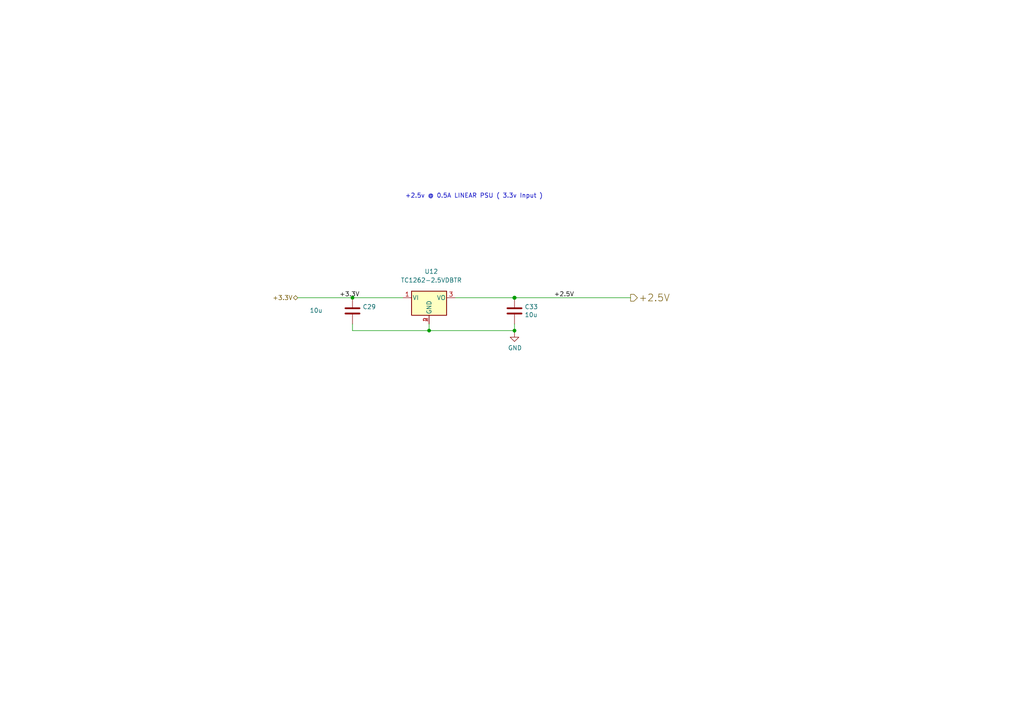
<source format=kicad_sch>
(kicad_sch (version 20211123) (generator eeschema)
  (paper "A4")
  (title_block (title "4pi-Farm") (date "2022-04-12") (rev "2.1") (comment 1 "fjc"))
  (lib_symbols
    (symbol "CM4IO:MCP1826S" (pin_names (offset 0.254))
      (property "Reference" "U" (at -3.81 3.175 0))
      (property "Value" "MCP1826S" (at 0 3.175 0))
      (symbol "MCP1826S_0_0"
        (pin power_in line (at 0 -7.62 90) (length 2.54) (name "~") (number "4"))
      )
      (symbol "MCP1826S_0_1"
        (rectangle (start -5.08 1.905) (end 5.08 -5.08) (stroke (width 0.254)) (fill (type background)))
      )
      (symbol "MCP1826S_1_1"
        (pin power_in line (at -7.62 0 0) (length 2.54) (name "VI") (number "1"))
        (pin power_in line (at 0 -7.62 90) (length 2.54) (name "GND") (number "2"))
        (pin power_out line (at 7.62 0 180) (length 2.54) (name "VO") (number "3"))
      )
    )
    (symbol "Device:C" (pin_numbers hide) (pin_names (offset 0.254))
      (property "Reference" "C" (at 0.635 2.54 0))
      (property "Value" "C" (at 0.635 -2.54 0))
      (symbol "C_0_1"
        (polyline (pts (xy -2.032 -0.762) (xy 2.032 -0.762)) (stroke (width 0.508)))
        (polyline (pts (xy -2.032 0.762) (xy 2.032 0.762)) (stroke (width 0.508)))
      )
      (symbol "C_1_1"
        (pin passive line (at 0 3.81 270) (length 2.794) (name "~") (number "1"))
        (pin passive line (at 0 -3.81 90) (length 2.794) (name "~") (number "2"))
      )
    )
    (symbol "power:GND" (power) (pin_names (offset 0))
      (property "Value" "GND" (at 0 -3.81 0))
      (symbol "GND_0_1"
        (polyline (pts (xy 0 0) (xy 0 -1.27) (xy 1.27 -1.27) (xy 0 -2.54) (xy -1.27 -1.27) (xy 0 -1.27)))
      )
      (symbol "GND_1_1"
        (pin power_in line (at 0 0 270) (length 0) hide (name "GND") (number "1"))
      )
    )
  )
  (junction (at 102.235 86.36) (diameter 0.9144))
  (junction (at 124.46 95.885) (diameter 0.9144))
  (junction (at 149.225 95.885) (diameter 0.9144))
  (junction (at 149.225 86.36) (diameter 1.016))
  (wire (pts (xy 124.46 93.98) (xy 124.46 95.885)))
  (wire (pts (xy 124.46 95.885) (xy 149.225 95.885)))
  (wire (pts (xy 86.36 86.36) (xy 102.235 86.36)))
  (wire (pts (xy 102.235 86.36) (xy 116.84 86.36)))
  (wire (pts (xy 149.225 86.36) (xy 182.88 86.36)))
  (wire (pts (xy 149.225 93.98) (xy 149.225 95.885)))
  (wire (pts (xy 149.225 95.885) (xy 149.225 96.52)))
  (wire (pts (xy 102.235 95.885) (xy 124.46 95.885)))
  (wire (pts (xy 102.235 93.98) (xy 102.235 95.885)))
  (wire (pts (xy 132.08 86.36) (xy 149.225 86.36)))
  (text "+2.5v @ 0.5A LINEAR PSU ( 3.3v Input )" (at 157.48 57.658 180) (effects (font (size 1.27 1.27)) (justify right bottom)))
  (label "+3.3V" (at 98.425 86.36 0))
  (label "+2.5V" (at 160.655 86.36 0))
  (hierarchical_label "+2.5V" (shape output) (at 182.88 86.36 0) (effects (font (size 2.007 2.007))))
  (hierarchical_label "+3.3V" (shape bidirectional) (at 86.36 86.36 180))
  (symbol (lib_id "CM4IO:MCP1826S") (at 124.46 86.36 0) (unit 1)
    (property "Reference" "U12" (at 125.095 78.74 0))
    (property "Value" "TC1262-2.5VDBTR" (at 125.095 81.28 0))
    (property "Footprint" "Package_TO_SOT_SMD:SOT-223" (effects hide))
    (property "Datasheet" "https://ww1.microchip.com/downloads/en/DeviceDoc/21373C.pdf" (effects hide))
    (property "Manufacturer" "Microchip" (effects hide))
    (property "Manuf Partno" "TC1262-2.5VDBTR" (effects hide))
    (property "Part Description" "IC REG LIN 2.5V 500MA SOT223-3" (effects hide))
    (property "LCSC Part Number" "C233212" (effects hide))
  )
  (symbol (lib_id "Device:C") (at 149.225 90.17 0) (unit 1)
    (property "Reference" "C33" (at 152.146 89.0016 0) (effects (justify left)))
    (property "Value" "10u" (at 152.146 91.313 0) (effects (justify left)))
    (property "Footprint" "Capacitor_SMD:C_0603_1608Metric" (effects hide))
    (property "Datasheet" "http://www.samsungsem.com/kr/support/product-search/mlcc/CL21B106KPQNNNE.jsp" (effects hide))
    (property "Part Description" "CAP CER 10UF 6.3V X5R 0603" (effects hide))
    (property "LCSC Part Number" "C19702" (effects hide))
  )
  (symbol (lib_id "power:GND") (at 149.225 96.52 0) (unit 1)
    (property "Reference" "#PWR067" (effects hide))
    (property "Value" "GND" (at 149.352 100.9142 0))
  )
  (symbol (lib_id "Device:C") (at 102.235 90.17 0) (unit 1)
    (property "Reference" "C29" (at 105.156 89.0016 0) (effects (justify left)))
    (property "Value" "10u" (at 89.789 90.043 0) (effects (justify left)))
    (property "Footprint" "Capacitor_SMD:C_0603_1608Metric" (effects hide))
    (property "Datasheet" "http://www.samsungsem.com/kr/support/product-search/mlcc/CL21B106KPQNNNE.jsp" (effects hide))
    (property "Part Description" "CAP CER 10UF 6.3V X5R 0603" (effects hide))
    (property "LCSC Part Number" "C19702" (effects hide))
  )
)
</source>
